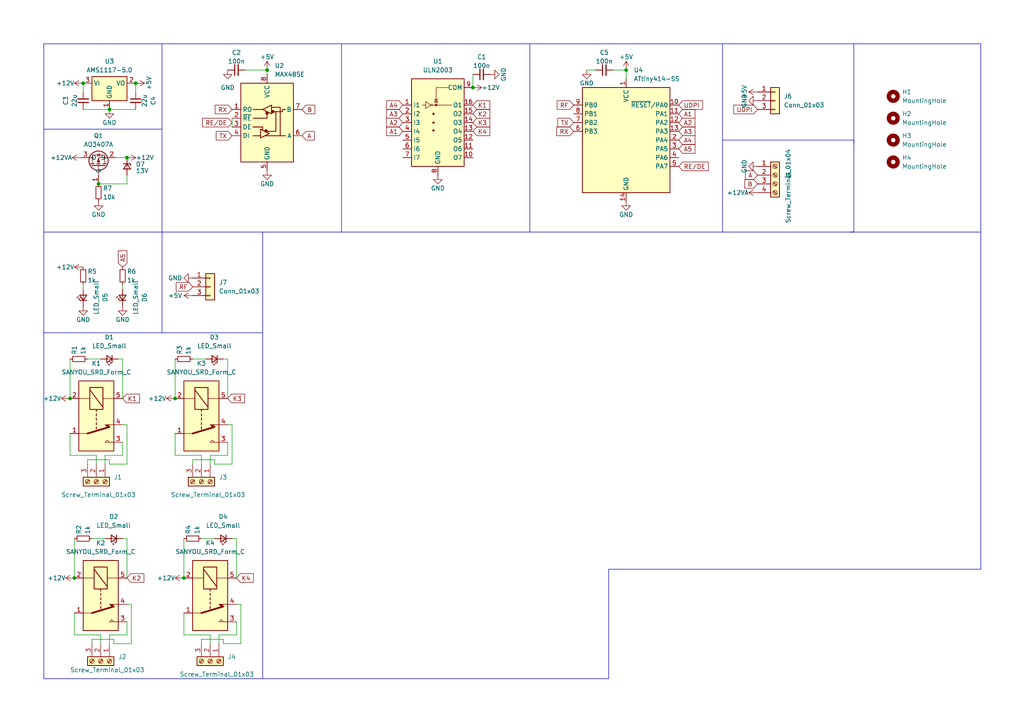
<source format=kicad_sch>
(kicad_sch (version 20230121) (generator eeschema)
  (paper "A4")
  (lib_symbols
    (symbol "AmojeSymbole:AO3407A"
      (property "Reference" "Q" (at 0 0 0))
      (property "Value" "AO3407A" (at 2.54 -1.905 0))
      (symbol "AO3407A_0_1"
        (circle (center -4.699 -4.445) (radius 2.794) (stroke (width 0.254)))
        (circle (center -3.81 -6.223) (radius 0.254) (fill (type outline)))
        (circle (center -3.81 -2.667) (radius 0.254) (fill (type outline)))
        (polyline (pts (xy -6.096 -4.445) (xy -8.89 -4.445)))
        (polyline (pts (xy -6.096 -2.54) (xy -6.096 -6.35)) (stroke (width 0.254)))
        (polyline (pts (xy -5.588 -5.715) (xy -5.588 -6.731)) (stroke (width 0.254)))
        (polyline (pts (xy -5.588 -3.937) (xy -5.588 -4.953)) (stroke (width 0.254)))
        (polyline (pts (xy -5.588 -2.159) (xy -5.588 -3.175)) (stroke (width 0.254)))
        (polyline (pts (xy -3.81 -1.905) (xy -3.81 -2.667)))
        (polyline (pts (xy -3.81 -6.985) (xy -3.81 -4.445) (xy -5.588 -4.445)))
        (polyline (pts (xy -5.588 -2.667) (xy -3.048 -2.667) (xy -3.048 -6.223) (xy -5.588 -6.223)))
        (polyline (pts (xy -4.064 -4.445) (xy -5.08 -4.064) (xy -5.08 -4.826) (xy -4.064 -4.445)) (fill (type outline)))
        (polyline (pts (xy -3.556 -4.953) (xy -3.429 -4.826) (xy -2.667 -4.826) (xy -2.54 -4.699)))
        (polyline (pts (xy -3.048 -4.826) (xy -3.429 -4.191) (xy -2.667 -4.191) (xy -3.048 -4.826)))
      )
      (symbol "AO3407A_1_1"
        (pin input line (at -11.43 -4.445 0) (length 2.54) (name "G") (number "1"))
        (pin passive line (at -3.81 -9.525 90) (length 2.54) (name "S") (number "2"))
        (pin passive line (at -3.81 0.635 270) (length 2.54) (name "D") (number "3"))
      )
    )
    (symbol "Connector:Screw_Terminal_01x03" (pin_names (offset 1.016) hide)
      (property "Reference" "J" (at 0 5.08 0))
      (property "Value" "Screw_Terminal_01x03" (at 0 -5.08 0))
      (symbol "Screw_Terminal_01x03_1_1"
        (rectangle (start -1.27 3.81) (end 1.27 -3.81) (stroke (width 0.254)) (fill (type background)))
        (circle (center 0 -2.54) (radius 0.635) (stroke (width 0.1524)))
        (polyline (pts (xy -0.5334 -2.2098) (xy 0.3302 -3.048)) (stroke (width 0.1524)))
        (polyline (pts (xy -0.5334 0.3302) (xy 0.3302 -0.508)) (stroke (width 0.1524)))
        (polyline (pts (xy -0.5334 2.8702) (xy 0.3302 2.032)) (stroke (width 0.1524)))
        (polyline (pts (xy -0.3556 -2.032) (xy 0.508 -2.8702)) (stroke (width 0.1524)))
        (polyline (pts (xy -0.3556 0.508) (xy 0.508 -0.3302)) (stroke (width 0.1524)))
        (polyline (pts (xy -0.3556 3.048) (xy 0.508 2.2098)) (stroke (width 0.1524)))
        (circle (center 0 0) (radius 0.635) (stroke (width 0.1524)))
        (circle (center 0 2.54) (radius 0.635) (stroke (width 0.1524)))
        (pin passive line (at -5.08 2.54 0) (length 3.81) (name "Pin_1") (number "1"))
        (pin passive line (at -5.08 0 0) (length 3.81) (name "Pin_2") (number "2"))
        (pin passive line (at -5.08 -2.54 0) (length 3.81) (name "Pin_3") (number "3"))
      )
    )
    (symbol "Connector:Screw_Terminal_01x04" (pin_names (offset 1.016) hide)
      (property "Reference" "J" (at 0 5.08 0))
      (property "Value" "Screw_Terminal_01x04" (at 0 -7.62 0))
      (symbol "Screw_Terminal_01x04_1_1"
        (rectangle (start -1.27 3.81) (end 1.27 -6.35) (stroke (width 0.254)) (fill (type background)))
        (circle (center 0 -5.08) (radius 0.635) (stroke (width 0.1524)))
        (circle (center 0 -2.54) (radius 0.635) (stroke (width 0.1524)))
        (polyline (pts (xy -0.5334 -4.7498) (xy 0.3302 -5.588)) (stroke (width 0.1524)))
        (polyline (pts (xy -0.5334 -2.2098) (xy 0.3302 -3.048)) (stroke (width 0.1524)))
        (polyline (pts (xy -0.5334 0.3302) (xy 0.3302 -0.508)) (stroke (width 0.1524)))
        (polyline (pts (xy -0.5334 2.8702) (xy 0.3302 2.032)) (stroke (width 0.1524)))
        (polyline (pts (xy -0.3556 -4.572) (xy 0.508 -5.4102)) (stroke (width 0.1524)))
        (polyline (pts (xy -0.3556 -2.032) (xy 0.508 -2.8702)) (stroke (width 0.1524)))
        (polyline (pts (xy -0.3556 0.508) (xy 0.508 -0.3302)) (stroke (width 0.1524)))
        (polyline (pts (xy -0.3556 3.048) (xy 0.508 2.2098)) (stroke (width 0.1524)))
        (circle (center 0 0) (radius 0.635) (stroke (width 0.1524)))
        (circle (center 0 2.54) (radius 0.635) (stroke (width 0.1524)))
        (pin passive line (at -5.08 2.54 0) (length 3.81) (name "Pin_1") (number "1"))
        (pin passive line (at -5.08 0 0) (length 3.81) (name "Pin_2") (number "2"))
        (pin passive line (at -5.08 -2.54 0) (length 3.81) (name "Pin_3") (number "3"))
        (pin passive line (at -5.08 -5.08 0) (length 3.81) (name "Pin_4") (number "4"))
      )
    )
    (symbol "Connector_Generic:Conn_01x03" (pin_names (offset 1.016) hide)
      (property "Reference" "J" (at 0 5.08 0))
      (property "Value" "Conn_01x03" (at 0 -5.08 0))
      (symbol "Conn_01x03_1_1"
        (rectangle (start -1.27 -2.413) (end 0 -2.667) (stroke (width 0.1524)))
        (rectangle (start -1.27 0.127) (end 0 -0.127) (stroke (width 0.1524)))
        (rectangle (start -1.27 2.667) (end 0 2.413) (stroke (width 0.1524)))
        (rectangle (start -1.27 3.81) (end 1.27 -3.81) (stroke (width 0.254)) (fill (type background)))
        (pin passive line (at -5.08 2.54 0) (length 3.81) (name "Pin_1") (number "1"))
        (pin passive line (at -5.08 0 0) (length 3.81) (name "Pin_2") (number "2"))
        (pin passive line (at -5.08 -2.54 0) (length 3.81) (name "Pin_3") (number "3"))
      )
    )
    (symbol "Device:C_Small" (pin_numbers hide) (pin_names (offset 0.254) hide)
      (property "Reference" "C" (at 0.254 1.778 0))
      (property "Value" "C_Small" (at 0.254 -2.032 0))
      (symbol "C_Small_0_1"
        (polyline (pts (xy -1.524 -0.508) (xy 1.524 -0.508)) (stroke (width 0.3302)))
        (polyline (pts (xy -1.524 0.508) (xy 1.524 0.508)) (stroke (width 0.3048)))
      )
      (symbol "C_Small_1_1"
        (pin passive line (at 0 2.54 270) (length 2.032) (name "~") (number "1"))
        (pin passive line (at 0 -2.54 90) (length 2.032) (name "~") (number "2"))
      )
    )
    (symbol "Device:D_Zener_Small" (pin_numbers hide) (pin_names (offset 0.254) hide)
      (property "Reference" "D" (at 0 2.286 0))
      (property "Value" "D_Zener_Small" (at 0 -2.286 0))
      (symbol "D_Zener_Small_0_1"
        (polyline (pts (xy 0.762 0) (xy -0.762 0)))
        (polyline (pts (xy -0.254 1.016) (xy -0.762 1.016) (xy -0.762 -1.016)) (stroke (width 0.254)))
        (polyline (pts (xy 0.762 1.016) (xy -0.762 0) (xy 0.762 -1.016) (xy 0.762 1.016)) (stroke (width 0.254)))
      )
      (symbol "D_Zener_Small_1_1"
        (pin passive line (at -2.54 0 0) (length 1.778) (name "K") (number "1"))
        (pin passive line (at 2.54 0 180) (length 1.778) (name "A") (number "2"))
      )
    )
    (symbol "Device:LED_Small" (pin_numbers hide) (pin_names (offset 0.254) hide)
      (property "Reference" "D" (at -1.27 3.175 0))
      (property "Value" "LED_Small" (at -4.445 -2.54 0))
      (symbol "LED_Small_0_1"
        (polyline (pts (xy -0.762 -1.016) (xy -0.762 1.016)) (stroke (width 0.254)))
        (polyline (pts (xy 1.016 0) (xy -0.762 0)))
        (polyline (pts (xy 0.762 -1.016) (xy -0.762 0) (xy 0.762 1.016) (xy 0.762 -1.016)) (stroke (width 0.254)))
        (polyline (pts (xy 0 0.762) (xy -0.508 1.27) (xy -0.254 1.27) (xy -0.508 1.27) (xy -0.508 1.016)))
        (polyline (pts (xy 0.508 1.27) (xy 0 1.778) (xy 0.254 1.778) (xy 0 1.778) (xy 0 1.524)))
      )
      (symbol "LED_Small_1_1"
        (pin passive line (at -2.54 0 0) (length 1.778) (name "K") (number "1"))
        (pin passive line (at 2.54 0 180) (length 1.778) (name "A") (number "2"))
      )
    )
    (symbol "Device:R_Small" (pin_numbers hide) (pin_names (offset 0.254) hide)
      (property "Reference" "R" (at 0.762 0.508 0))
      (property "Value" "R_Small" (at 0.762 -1.016 0))
      (symbol "R_Small_0_1"
        (rectangle (start -0.762 1.778) (end 0.762 -1.778) (stroke (width 0.2032)))
      )
      (symbol "R_Small_1_1"
        (pin passive line (at 0 2.54 270) (length 0.762) (name "~") (number "1"))
        (pin passive line (at 0 -2.54 90) (length 0.762) (name "~") (number "2"))
      )
    )
    (symbol "Interface_UART:MAX485E"
      (property "Reference" "U" (at -6.096 11.43 0))
      (property "Value" "MAX485E" (at 0.762 11.43 0))
      (symbol "MAX485E_0_1"
        (rectangle (start -7.62 10.16) (end 7.62 -12.7) (stroke (width 0.254)) (fill (type background)))
        (circle (center -0.3048 -3.683) (radius 0.3556) (stroke (width 0.254)) (fill (type outline)))
        (circle (center -0.0254 1.4986) (radius 0.3556) (stroke (width 0.254)) (fill (type outline)))
        (polyline (pts (xy -4.064 -5.08) (xy -1.905 -5.08)) (stroke (width 0.254)))
        (polyline (pts (xy -4.064 2.54) (xy -1.27 2.54)) (stroke (width 0.254)))
        (polyline (pts (xy -1.27 -3.2004) (xy -1.27 -3.4544)) (stroke (width 0.254)))
        (polyline (pts (xy -0.635 -5.08) (xy 5.334 -5.08)) (stroke (width 0.254)))
        (polyline (pts (xy -4.064 -2.54) (xy -1.27 -2.54) (xy -1.27 -3.175)) (stroke (width 0.254)))
        (polyline (pts (xy 0 1.27) (xy 0 0) (xy -4.064 0)) (stroke (width 0.254)))
        (polyline (pts (xy 1.27 3.175) (xy 3.81 3.175) (xy 3.81 -5.08)) (stroke (width 0.254)))
        (polyline (pts (xy 2.54 1.905) (xy 2.54 -3.81) (xy 0 -3.81)) (stroke (width 0.254)))
        (polyline (pts (xy -1.905 -3.175) (xy -1.905 -5.715) (xy 0.635 -4.445) (xy -1.905 -3.175)) (stroke (width 0.254)))
        (polyline (pts (xy -1.27 2.54) (xy 1.27 3.81) (xy 1.27 1.27) (xy -1.27 2.54)) (stroke (width 0.254)))
        (polyline (pts (xy 1.905 1.905) (xy 4.445 1.905) (xy 4.445 2.54) (xy 5.334 2.54)) (stroke (width 0.254)))
        (rectangle (start 1.27 3.175) (end 1.27 3.175))
        (circle (center 1.651 1.905) (radius 0.3556) (stroke (width 0.254)) (fill (type outline)))
      )
      (symbol "MAX485E_1_1"
        (pin output line (at -10.16 2.54 0) (length 2.54) (name "RO") (number "1"))
        (pin input line (at -10.16 0 0) (length 2.54) (name "~{RE}") (number "2"))
        (pin input line (at -10.16 -2.54 0) (length 2.54) (name "DE") (number "3"))
        (pin input line (at -10.16 -5.08 0) (length 2.54) (name "DI") (number "4"))
        (pin power_in line (at 0 -15.24 90) (length 2.54) (name "GND") (number "5"))
        (pin bidirectional line (at 10.16 -5.08 180) (length 2.54) (name "A") (number "6"))
        (pin bidirectional line (at 10.16 2.54 180) (length 2.54) (name "B") (number "7"))
        (pin power_in line (at 0 12.7 270) (length 2.54) (name "VCC") (number "8"))
      )
    )
    (symbol "MCU_Microchip_ATtiny:ATtiny414-SS"
      (property "Reference" "U" (at -12.7 16.51 0))
      (property "Value" "ATtiny414-SS" (at 2.54 -16.51 0))
      (symbol "ATtiny414-SS_0_1"
        (rectangle (start -12.7 -15.24) (end 12.7 15.24) (stroke (width 0.254)) (fill (type background)))
      )
      (symbol "ATtiny414-SS_1_1"
        (pin power_in line (at 0 17.78 270) (length 2.54) (name "VCC") (number "1"))
        (pin bidirectional line (at 15.24 10.16 180) (length 2.54) (name "~{RESET}/PA0") (number "10"))
        (pin bidirectional line (at 15.24 7.62 180) (length 2.54) (name "PA1") (number "11"))
        (pin bidirectional line (at 15.24 5.08 180) (length 2.54) (name "PA2") (number "12"))
        (pin bidirectional line (at 15.24 2.54 180) (length 2.54) (name "PA3") (number "13"))
        (pin power_in line (at 0 -17.78 90) (length 2.54) (name "GND") (number "14"))
        (pin bidirectional line (at 15.24 0 180) (length 2.54) (name "PA4") (number "2"))
        (pin bidirectional line (at 15.24 -2.54 180) (length 2.54) (name "PA5") (number "3"))
        (pin bidirectional line (at 15.24 -5.08 180) (length 2.54) (name "PA6") (number "4"))
        (pin bidirectional line (at 15.24 -7.62 180) (length 2.54) (name "PA7") (number "5"))
        (pin bidirectional line (at -15.24 2.54 0) (length 2.54) (name "PB3") (number "6"))
        (pin bidirectional line (at -15.24 5.08 0) (length 2.54) (name "PB2") (number "7"))
        (pin bidirectional line (at -15.24 7.62 0) (length 2.54) (name "PB1") (number "8"))
        (pin bidirectional line (at -15.24 10.16 0) (length 2.54) (name "PB0") (number "9"))
      )
    )
    (symbol "Mechanical:MountingHole" (pin_names (offset 1.016))
      (property "Reference" "H" (at 0 5.08 0))
      (property "Value" "MountingHole" (at 0 3.175 0))
      (symbol "MountingHole_0_1"
        (circle (center 0 0) (radius 1.27) (stroke (width 1.27)))
      )
    )
    (symbol "Regulator_Linear:AMS1117-5.0"
      (property "Reference" "U" (at -3.81 3.175 0))
      (property "Value" "AMS1117-5.0" (at 0 3.175 0))
      (symbol "AMS1117-5.0_0_1"
        (rectangle (start -5.08 -5.08) (end 5.08 1.905) (stroke (width 0.254)) (fill (type background)))
      )
      (symbol "AMS1117-5.0_1_1"
        (pin power_in line (at 0 -7.62 90) (length 2.54) (name "GND") (number "1"))
        (pin power_out line (at 7.62 0 180) (length 2.54) (name "VO") (number "2"))
        (pin power_in line (at -7.62 0 0) (length 2.54) (name "VI") (number "3"))
      )
    )
    (symbol "Relay:SANYOU_SRD_Form_C"
      (property "Reference" "K" (at 11.43 3.81 0))
      (property "Value" "SANYOU_SRD_Form_C" (at 11.43 1.27 0))
      (symbol "SANYOU_SRD_Form_C_0_0"
        (polyline (pts (xy 7.62 5.08) (xy 7.62 2.54) (xy 6.985 3.175) (xy 7.62 3.81)))
      )
      (symbol "SANYOU_SRD_Form_C_0_1"
        (rectangle (start -10.16 5.08) (end 10.16 -5.08) (stroke (width 0.254)) (fill (type background)))
        (rectangle (start -8.255 1.905) (end -1.905 -1.905) (stroke (width 0.254)))
        (polyline (pts (xy -7.62 -1.905) (xy -2.54 1.905)) (stroke (width 0.254)))
        (polyline (pts (xy -5.08 -5.08) (xy -5.08 -1.905)))
        (polyline (pts (xy -5.08 5.08) (xy -5.08 1.905)))
        (polyline (pts (xy -1.905 0) (xy -1.27 0)) (stroke (width 0.254)))
        (polyline (pts (xy -0.635 0) (xy 0 0)) (stroke (width 0.254)))
        (polyline (pts (xy 0.635 0) (xy 1.27 0)) (stroke (width 0.254)))
        (polyline (pts (xy 1.905 0) (xy 2.54 0)) (stroke (width 0.254)))
        (polyline (pts (xy 3.175 0) (xy 3.81 0)) (stroke (width 0.254)))
        (polyline (pts (xy 5.08 -2.54) (xy 3.175 3.81)) (stroke (width 0.508)))
        (polyline (pts (xy 5.08 -2.54) (xy 5.08 -5.08)))
      )
      (symbol "SANYOU_SRD_Form_C_1_1"
        (polyline (pts (xy 2.54 3.81) (xy 3.175 3.175) (xy 2.54 2.54) (xy 2.54 5.08)) (fill (type outline)))
        (pin passive line (at 5.08 -7.62 90) (length 2.54) (name "~") (number "1"))
        (pin passive line (at -5.08 -7.62 90) (length 2.54) (name "~") (number "2"))
        (pin passive line (at 7.62 7.62 270) (length 2.54) (name "~") (number "3"))
        (pin passive line (at 2.54 7.62 270) (length 2.54) (name "~") (number "4"))
        (pin passive line (at -5.08 7.62 270) (length 2.54) (name "~") (number "5"))
      )
    )
    (symbol "Transistor_Array:ULN2003"
      (property "Reference" "U" (at 0 15.875 0))
      (property "Value" "ULN2003" (at 0 13.97 0))
      (symbol "ULN2003_0_1"
        (rectangle (start -7.62 -12.7) (end 7.62 12.7) (stroke (width 0.254)) (fill (type background)))
        (circle (center -1.778 5.08) (radius 0.254))
        (circle (center -1.27 -2.286) (radius 0.254) (fill (type outline)))
        (circle (center -1.27 0) (radius 0.254) (fill (type outline)))
        (circle (center -1.27 2.54) (radius 0.254) (fill (type outline)))
        (circle (center -0.508 5.08) (radius 0.254) (fill (type outline)))
        (polyline (pts (xy -4.572 5.08) (xy -3.556 5.08)))
        (polyline (pts (xy -1.524 5.08) (xy 4.064 5.08)))
        (polyline (pts (xy 0 6.731) (xy -1.016 6.731)))
        (polyline (pts (xy -0.508 5.08) (xy -0.508 10.16) (xy 2.921 10.16)))
        (polyline (pts (xy -3.556 6.096) (xy -3.556 4.064) (xy -2.032 5.08) (xy -3.556 6.096)))
        (polyline (pts (xy 0 5.969) (xy -1.016 5.969) (xy -0.508 6.731) (xy 0 5.969)))
      )
      (symbol "ULN2003_1_1"
        (pin input line (at -10.16 5.08 0) (length 2.54) (name "I1") (number "1"))
        (pin open_collector line (at 10.16 -10.16 180) (length 2.54) (name "O7") (number "10"))
        (pin open_collector line (at 10.16 -7.62 180) (length 2.54) (name "O6") (number "11"))
        (pin open_collector line (at 10.16 -5.08 180) (length 2.54) (name "O5") (number "12"))
        (pin open_collector line (at 10.16 -2.54 180) (length 2.54) (name "O4") (number "13"))
        (pin open_collector line (at 10.16 0 180) (length 2.54) (name "O3") (number "14"))
        (pin open_collector line (at 10.16 2.54 180) (length 2.54) (name "O2") (number "15"))
        (pin open_collector line (at 10.16 5.08 180) (length 2.54) (name "O1") (number "16"))
        (pin input line (at -10.16 2.54 0) (length 2.54) (name "I2") (number "2"))
        (pin input line (at -10.16 0 0) (length 2.54) (name "I3") (number "3"))
        (pin input line (at -10.16 -2.54 0) (length 2.54) (name "I4") (number "4"))
        (pin input line (at -10.16 -5.08 0) (length 2.54) (name "I5") (number "5"))
        (pin input line (at -10.16 -7.62 0) (length 2.54) (name "I6") (number "6"))
        (pin input line (at -10.16 -10.16 0) (length 2.54) (name "I7") (number "7"))
        (pin power_in line (at 0 -15.24 90) (length 2.54) (name "GND") (number "8"))
        (pin passive line (at 10.16 10.16 180) (length 2.54) (name "COM") (number "9"))
      )
    )
    (symbol "power:+12V" (power) (pin_names (offset 0))
      (property "Value" "+12V" (at 0 3.556 0))
      (symbol "+12V_0_1"
        (polyline (pts (xy -0.762 1.27) (xy 0 2.54)))
        (polyline (pts (xy 0 0) (xy 0 2.54)))
        (polyline (pts (xy 0 2.54) (xy 0.762 1.27)))
      )
      (symbol "+12V_1_1"
        (pin power_in line (at 0 0 90) (length 0) hide (name "+12V") (number "1"))
      )
    )
    (symbol "power:+12VA" (power) (pin_names (offset 0))
      (property "Value" "+12VA" (at 0 3.556 0))
      (symbol "+12VA_0_1"
        (polyline (pts (xy -0.762 1.27) (xy 0 2.54)))
        (polyline (pts (xy 0 0) (xy 0 2.54)))
        (polyline (pts (xy 0 2.54) (xy 0.762 1.27)))
      )
      (symbol "+12VA_1_1"
        (pin power_in line (at 0 0 90) (length 0) hide (name "+12VA") (number "1"))
      )
    )
    (symbol "power:+5V" (power) (pin_names (offset 0))
      (property "Value" "+5V" (at 0 3.556 0))
      (symbol "+5V_0_1"
        (polyline (pts (xy -0.762 1.27) (xy 0 2.54)))
        (polyline (pts (xy 0 0) (xy 0 2.54)))
        (polyline (pts (xy 0 2.54) (xy 0.762 1.27)))
      )
      (symbol "+5V_1_1"
        (pin power_in line (at 0 0 90) (length 0) hide (name "+5V") (number "1"))
      )
    )
    (symbol "power:GND" (power) (pin_names (offset 0))
      (property "Value" "GND" (at 0 -3.81 0))
      (symbol "GND_0_1"
        (polyline (pts (xy 0 0) (xy 0 -1.27) (xy 1.27 -1.27) (xy 0 -2.54) (xy -1.27 -1.27) (xy 0 -1.27)))
      )
      (symbol "GND_1_1"
        (pin power_in line (at 0 0 270) (length 0) hide (name "GND") (number "1"))
      )
    )
  )
  (junction (at 50.8 115.57))
  (junction (at 31.75 31.75))
  (junction (at 36.83 45.72))
  (junction (at 77.47 20.32))
  (junction (at 181.61 20.32))
  (junction (at 20.32 115.57))
  (junction (at 24.13 24.13))
  (junction (at 53.34 167.64))
  (junction (at 21.59 167.64))
  (junction (at 28.575 53.34))
  (junction (at 39.37 24.13))
  (junction (at 137.16 25.4))
  (wire (pts (xy 21.59 184.15) (xy 29.21 184.15)))
  (wire (pts (xy 20.32 132.08) (xy 27.94 132.08)))
  (wire (pts (xy 26.67 185.42) (xy 26.67 186.69)))
  (wire (pts (xy 35.56 82.55) (xy 35.56 83.82)))
  (wire (pts (xy 36.83 123.19) (xy 36.83 134.62)))
  (wire (pts (xy 50.8 132.08) (xy 58.42 132.08)))
  (wire (pts (xy 20.32 104.14) (xy 20.32 115.57)))
  (wire (pts (xy 33.02 185.42) (xy 26.67 185.42)))
  (wire (pts (xy 55.88 104.14) (xy 59.69 104.14)))
  (wire (pts (xy 58.42 156.21) (xy 62.23 156.21)))
  (wire (pts (xy 35.56 104.14) (xy 34.29 104.14)))
  (wire (pts (xy 26.67 156.21) (xy 30.48 156.21)))
  (wire (pts (xy 25.4 133.35) (xy 25.4 134.62)))
  (wire (pts (xy 35.56 123.19) (xy 36.83 123.19)))
  (wire (pts (xy 60.96 134.62) (xy 60.96 132.08)))
  (wire (pts (xy 38.1 186.69) (xy 33.02 186.69)))
  (polyline (pts (xy 46.99 67.31) (xy 46.99 96.52)))
  (wire (pts (xy 39.37 24.13) (xy 39.37 26.67)))
  (wire (pts (xy 67.31 34.29) (xy 67.31 36.83)))
  (wire (pts (xy 24.13 24.13) (xy 24.13 26.67)))
  (polyline (pts (xy 247.65 67.31) (xy 246.38 67.31)))
  (polyline (pts (xy 284.48 12.7) (xy 284.48 165.1)))
  (wire (pts (xy 36.83 175.26) (xy 38.1 175.26)))
  (wire (pts (xy 24.13 82.55) (xy 24.13 83.82)))
  (wire (pts (xy 36.83 50.8) (xy 36.83 53.34)))
  (wire (pts (xy 25.4 104.14) (xy 29.21 104.14)))
  (wire (pts (xy 36.83 134.62) (xy 31.75 134.62)))
  (polyline (pts (xy 176.53 196.85) (xy 176.53 165.1)))
  (wire (pts (xy 20.32 125.73) (xy 20.32 132.08)))
  (wire (pts (xy 58.42 134.62) (xy 58.42 132.08)))
  (wire (pts (xy 36.83 167.64) (xy 36.83 156.21)))
  (polyline (pts (xy 76.2 67.31) (xy 76.2 96.52)))
  (wire (pts (xy 35.56 128.27) (xy 35.56 132.08)))
  (polyline (pts (xy 247.65 12.7) (xy 247.65 67.31)))
  (wire (pts (xy 50.8 104.14) (xy 50.8 115.57)))
  (wire (pts (xy 27.94 134.62) (xy 27.94 132.08)))
  (polyline (pts (xy 153.67 12.7) (xy 153.67 67.31)))
  (wire (pts (xy 77.47 20.32) (xy 77.47 21.59)))
  (wire (pts (xy 31.75 134.62) (xy 31.75 133.35)))
  (wire (pts (xy 30.48 134.62) (xy 30.48 132.08)))
  (wire (pts (xy 137.16 21.59) (xy 137.16 25.4)))
  (wire (pts (xy 33.655 45.72) (xy 36.83 45.72)))
  (wire (pts (xy 55.88 133.35) (xy 55.88 134.62)))
  (polyline (pts (xy 99.06 12.7) (xy 99.06 67.31)))
  (wire (pts (xy 63.5 186.69) (xy 63.5 184.15)))
  (wire (pts (xy 60.96 132.08) (xy 66.04 132.08)))
  (wire (pts (xy 66.04 115.57) (xy 66.04 104.14)))
  (wire (pts (xy 21.59 156.21) (xy 21.59 167.64)))
  (wire (pts (xy 53.34 184.15) (xy 60.96 184.15)))
  (wire (pts (xy 36.83 156.21) (xy 35.56 156.21)))
  (wire (pts (xy 68.58 167.64) (xy 68.58 156.21)))
  (wire (pts (xy 68.58 156.21) (xy 67.31 156.21)))
  (wire (pts (xy 69.85 175.26) (xy 69.85 186.69)))
  (wire (pts (xy 172.72 20.32) (xy 170.18 20.32)))
  (wire (pts (xy 38.1 175.26) (xy 38.1 186.69)))
  (polyline (pts (xy 12.7 37.465) (xy 46.99 37.465)))
  (polyline (pts (xy 12.7 67.31) (xy 284.48 67.31)))
  (wire (pts (xy 67.31 123.19) (xy 67.31 134.62)))
  (polyline (pts (xy 209.55 12.7) (xy 209.55 67.31)))
  (wire (pts (xy 53.34 156.21) (xy 53.34 167.64)))
  (wire (pts (xy 64.77 186.69) (xy 64.77 185.42)))
  (wire (pts (xy 21.59 177.8) (xy 21.59 184.15)))
  (wire (pts (xy 71.12 20.32) (xy 77.47 20.32)))
  (wire (pts (xy 63.5 184.15) (xy 68.58 184.15)))
  (wire (pts (xy 35.56 115.57) (xy 35.56 104.14)))
  (wire (pts (xy 31.75 186.69) (xy 31.75 184.15)))
  (wire (pts (xy 67.31 134.62) (xy 62.23 134.62)))
  (wire (pts (xy 33.02 186.69) (xy 33.02 185.42)))
  (wire (pts (xy 64.77 185.42) (xy 58.42 185.42)))
  (wire (pts (xy 29.21 186.69) (xy 29.21 184.15)))
  (wire (pts (xy 28.575 53.34) (xy 36.83 53.34)))
  (wire (pts (xy 31.75 31.75) (xy 39.37 31.75)))
  (polyline (pts (xy 284.48 12.7) (xy 12.7 12.7)))
  (polyline (pts (xy 76.2 96.52) (xy 76.2 196.85)))
  (wire (pts (xy 66.04 104.14) (xy 64.77 104.14)))
  (wire (pts (xy 50.8 125.73) (xy 50.8 132.08)))
  (polyline (pts (xy 12.7 12.7) (xy 12.7 196.85)))
  (wire (pts (xy 31.75 133.35) (xy 25.4 133.35)))
  (wire (pts (xy 68.58 175.26) (xy 69.85 175.26)))
  (wire (pts (xy 31.75 184.15) (xy 36.83 184.15)))
  (polyline (pts (xy 12.7 96.52) (xy 76.2 96.52)))
  (wire (pts (xy 62.23 133.35) (xy 55.88 133.35)))
  (wire (pts (xy 66.04 123.19) (xy 67.31 123.19)))
  (wire (pts (xy 62.23 134.62) (xy 62.23 133.35)))
  (wire (pts (xy 58.42 185.42) (xy 58.42 186.69)))
  (wire (pts (xy 181.61 20.32) (xy 181.61 22.86)))
  (wire (pts (xy 177.8 20.32) (xy 181.61 20.32)))
  (wire (pts (xy 66.04 128.27) (xy 66.04 132.08)))
  (wire (pts (xy 60.96 186.69) (xy 60.96 184.15)))
  (wire (pts (xy 36.83 180.34) (xy 36.83 184.15)))
  (polyline (pts (xy 46.99 12.7) (xy 46.99 67.31)))
  (polyline (pts (xy 209.55 40.64) (xy 247.65 40.64)))
  (wire (pts (xy 68.58 180.34) (xy 68.58 184.15)))
  (wire (pts (xy 53.34 177.8) (xy 53.34 184.15)))
  (wire (pts (xy 69.85 186.69) (xy 64.77 186.69)))
  (wire (pts (xy 30.48 132.08) (xy 35.56 132.08)))
  (polyline (pts (xy 12.7 196.85) (xy 176.53 196.85)))
  (polyline (pts (xy 176.53 165.1) (xy 284.48 165.1)))
  (wire (pts (xy 24.13 31.75) (xy 31.75 31.75)))
  (polyline (pts (xy 247.65 40.64) (xy 247.65 41.91)))
  (global_label "A1" (shape input) (at 116.84 38.1 180) (property "Intersheetrefs" "${INTERSHEET_REFS}" (effects hide)))
  (global_label "TX" (shape input) (at 166.37 35.56 180) (property "Intersheetrefs" "${INTERSHEET_REFS}" (effects hide)))
  (global_label "A5" (shape input) (at 35.56 77.47 90) (property "Intersheetrefs" "${INTERSHEET_REFS}" (effects hide)))
  (global_label "UDPI" (shape input) (at 219.71 31.75 180) (property "Intersheetrefs" "${INTERSHEET_REFS}" (effects hide)))
  (global_label "B" (shape input) (at 87.63 31.75 0) (property "Intersheetrefs" "${INTERSHEET_REFS}" (effects hide)))
  (global_label "A" (shape input) (at 87.63 39.37 0) (property "Intersheetrefs" "${INTERSHEET_REFS}" (effects hide)))
  (global_label "A4" (shape input) (at 196.85 40.64 0) (property "Intersheetrefs" "${INTERSHEET_REFS}" (effects hide)))
  (global_label "A4" (shape input) (at 116.84 30.48 180) (property "Intersheetrefs" "${INTERSHEET_REFS}" (effects hide)))
  (global_label "A2" (shape input) (at 196.85 35.56 0) (property "Intersheetrefs" "${INTERSHEET_REFS}" (effects hide)))
  (global_label "K1" (shape input) (at 137.16 30.48 0) (property "Intersheetrefs" "${INTERSHEET_REFS}" (effects hide)))
  (global_label "A5" (shape input) (at 196.85 43.18 0) (property "Intersheetrefs" "${INTERSHEET_REFS}" (effects hide)))
  (global_label "A3" (shape input) (at 116.84 33.02 180) (property "Intersheetrefs" "${INTERSHEET_REFS}" (effects hide)))
  (global_label "A3" (shape input) (at 196.85 38.1 0) (property "Intersheetrefs" "${INTERSHEET_REFS}" (effects hide)))
  (global_label "RF" (shape input) (at 55.88 83.185 180) (property "Intersheetrefs" "${INTERSHEET_REFS}" (effects hide)))
  (global_label "K2" (shape input) (at 137.16 33.02 0) (property "Intersheetrefs" "${INTERSHEET_REFS}" (effects hide)))
  (global_label "A" (shape input) (at 219.71 50.8 180) (property "Intersheetrefs" "${INTERSHEET_REFS}" (effects hide)))
  (global_label "RF" (shape input) (at 166.37 30.48 180) (property "Intersheetrefs" "${INTERSHEET_REFS}" (effects hide)))
  (global_label "K4" (shape input) (at 137.16 38.1 0) (property "Intersheetrefs" "${INTERSHEET_REFS}" (effects hide)))
  (global_label "A2" (shape input) (at 116.84 35.56 180) (property "Intersheetrefs" "${INTERSHEET_REFS}" (effects hide)))
  (global_label "RE{slash}DE" (shape input) (at 196.85 48.26 0) (property "Intersheetrefs" "${INTERSHEET_REFS}" (effects hide)))
  (global_label "A1" (shape input) (at 196.85 33.02 0) (property "Intersheetrefs" "${INTERSHEET_REFS}" (effects hide)))
  (global_label "TX" (shape input) (at 67.31 39.37 180) (property "Intersheetrefs" "${INTERSHEET_REFS}" (effects hide)))
  (global_label "K1" (shape input) (at 35.56 115.57 0) (property "Intersheetrefs" "${INTERSHEET_REFS}" (effects hide)))
  (global_label "RE{slash}DE" (shape input) (at 67.31 35.56 180) (property "Intersheetrefs" "${INTERSHEET_REFS}" (effects hide)))
  (global_label "RX" (shape input) (at 166.37 38.1 180) (property "Intersheetrefs" "${INTERSHEET_REFS}" (effects hide)))
  (global_label "K4" (shape input) (at 68.58 167.64 0) (property "Intersheetrefs" "${INTERSHEET_REFS}" (effects hide)))
  (global_label "K2" (shape input) (at 36.83 167.64 0) (property "Intersheetrefs" "${INTERSHEET_REFS}" (effects hide)))
  (global_label "K3" (shape input) (at 66.04 115.57 0) (property "Intersheetrefs" "${INTERSHEET_REFS}" (effects hide)))
  (global_label "RX" (shape input) (at 67.31 31.75 180) (property "Intersheetrefs" "${INTERSHEET_REFS}" (effects hide)))
  (global_label "K3" (shape input) (at 137.16 35.56 0) (property "Intersheetrefs" "${INTERSHEET_REFS}" (effects hide)))
  (global_label "UDPI" (shape input) (at 196.85 30.48 0) (property "Intersheetrefs" "${INTERSHEET_REFS}" (effects hide)))
  (global_label "B" (shape input) (at 219.71 53.34 180) (property "Intersheetrefs" "${INTERSHEET_REFS}" (effects hide)))
  (symbol (lib_id "power:+5V") (at 77.47 20.32 0) (unit 1)
    (property "Reference" "#PWR09" (effects hide))
    (property "Value" "+5V" (at 77.47 16.51 0))
  )
  (symbol (lib_id "Device:R_Small") (at 53.34 104.14 90) (unit 1)
    (property "Reference" "R3" (at 52.07 102.87 0) (effects (justify left)))
    (property "Value" "1k" (at 54.61 102.87 0) (effects (justify left)))
    (property "Footprint" "Resistor_SMD:R_0805_2012Metric_Pad1.20x1.40mm_HandSolder" (effects hide))
  )
  (symbol (lib_id "power:GND") (at 28.575 58.42 0) (unit 1)
    (property "Reference" "#PWR023" (effects hide))
    (property "Value" "GND" (at 28.575 62.23 0))
  )
  (symbol (lib_id "power:GND") (at 66.04 20.32 0) (unit 1)
    (property "Reference" "#PWR08" (effects hide))
    (property "Value" "GND" (at 66.04 25.4 0))
  )
  (symbol (lib_id "Regulator_Linear:AMS1117-5.0") (at 31.75 24.13 0) (unit 1)
    (property "Reference" "U3" (at 31.75 17.78 0))
    (property "Value" "AMS1117-5.0" (at 31.75 20.32 0))
    (property "Footprint" "Package_TO_SOT_SMD:SOT-223-3_TabPin2" (effects hide))
    (property "Datasheet" "http://www.advanced-monolithic.com/pdf/ds1117.pdf" (effects hide))
  )
  (symbol (lib_id "Device:LED_Small") (at 62.23 104.14 180) (unit 1)
    (property "Reference" "D3" (at 62.1665 97.79 0))
    (property "Value" "LED_Small" (at 62.1665 100.33 0))
    (property "Footprint" "LED_SMD:LED_0805_2012Metric_Pad1.15x1.40mm_HandSolder" (effects hide))
  )
  (symbol (lib_id "power:+12VA") (at 219.71 55.88 90) (unit 1)
    (property "Reference" "#PWR018" (effects hide))
    (property "Value" "+12VA" (at 217.17 55.88 90) (effects (justify left)))
  )
  (symbol (lib_id "power:+12V") (at 53.34 167.64 90) (unit 1)
    (property "Reference" "#PWR04" (effects hide))
    (property "Value" "+12V" (at 50.8 167.64 90) (effects (justify left)))
  )
  (symbol (lib_id "Device:LED_Small") (at 35.56 86.36 90) (unit 1)
    (property "Reference" "D6" (at 41.91 86.2965 0))
    (property "Value" "LED_Small" (at 39.37 86.2965 0))
    (property "Footprint" "LED_SMD:LED_0805_2012Metric_Pad1.15x1.40mm_HandSolder" (effects hide))
  )
  (symbol (lib_id "Device:LED_Small") (at 24.13 86.36 90) (unit 1)
    (property "Reference" "D5" (at 30.48 86.2965 0))
    (property "Value" "LED_Small" (at 27.94 86.2965 0))
    (property "Footprint" "LED_SMD:LED_0805_2012Metric_Pad1.15x1.40mm_HandSolder" (effects hide))
  )
  (symbol (lib_id "power:GND") (at 24.13 88.9 0) (unit 1)
    (property "Reference" "#PWR015" (effects hide))
    (property "Value" "GND" (at 24.13 92.71 0))
  )
  (symbol (lib_id "Connector:Screw_Terminal_01x03") (at 27.94 139.7 270) (unit 1)
    (property "Reference" "J1" (at 33.02 138.43 90) (effects (justify left)))
    (property "Value" "Screw_Terminal_01x03" (at 17.78 143.51 90) (effects (justify left)))
    (property "Footprint" "TerminalBlock_Phoenix:TerminalBlock_Phoenix_MKDS-1,5-3_1x03_P5.00mm_Horizontal" (effects hide))
  )
  (symbol (lib_id "Relay:SANYOU_SRD_Form_C") (at 58.42 120.65 270) (unit 1)
    (property "Reference" "K3" (at 58.42 105.41 90))
    (property "Value" "SANYOU_SRD_Form_C" (at 58.42 107.95 90))
    (property "Footprint" "Relay_THT:Relay_SPDT_SANYOU_SRD_Series_Form_C" (effects hide))
    (property "Datasheet" "http://www.sanyourelay.ca/public/products/pdf/SRD.pdf" (effects hide))
  )
  (symbol (lib_id "power:+12V") (at 24.13 24.13 90) (unit 1)
    (property "Reference" "#PWR011" (effects hide))
    (property "Value" "+12V" (at 21.59 24.13 90) (effects (justify left)))
  )
  (symbol (lib_id "power:+12V") (at 36.83 45.72 270) (unit 1)
    (property "Reference" "#PWR026" (effects hide))
    (property "Value" "+12V" (at 39.37 45.72 90) (effects (justify left)))
  )
  (symbol (lib_id "Device:R_Small") (at 35.56 80.01 0) (unit 1)
    (property "Reference" "R6" (at 36.83 78.74 0) (effects (justify left)))
    (property "Value" "1k" (at 36.83 81.28 0) (effects (justify left)))
    (property "Footprint" "Resistor_SMD:R_0805_2012Metric_Pad1.20x1.40mm_HandSolder" (effects hide))
  )
  (symbol (lib_id "Device:LED_Small") (at 33.02 156.21 180) (unit 1)
    (property "Reference" "D2" (at 32.9565 149.86 0))
    (property "Value" "LED_Small" (at 32.9565 152.4 0))
    (property "Footprint" "LED_SMD:LED_0805_2012Metric_Pad1.15x1.40mm_HandSolder" (effects hide))
  )
  (symbol (lib_id "power:+12V") (at 137.16 25.4 270) (unit 1)
    (property "Reference" "#PWR06" (effects hide))
    (property "Value" "+12V" (at 139.7 25.4 90) (effects (justify left)))
  )
  (symbol (lib_id "Device:LED_Small") (at 31.75 104.14 180) (unit 1)
    (property "Reference" "D1" (at 31.6865 97.79 0))
    (property "Value" "LED_Small" (at 31.6865 100.33 0))
    (property "Footprint" "LED_SMD:LED_0805_2012Metric_Pad1.15x1.40mm_HandSolder" (effects hide))
  )
  (symbol (lib_id "Device:R_Small") (at 55.88 156.21 90) (unit 1)
    (property "Reference" "R4" (at 54.61 154.94 0) (effects (justify left)))
    (property "Value" "1k" (at 57.15 154.94 0) (effects (justify left)))
    (property "Footprint" "Resistor_SMD:R_0805_2012Metric_Pad1.20x1.40mm_HandSolder" (effects hide))
  )
  (symbol (lib_id "Device:R_Small") (at 22.86 104.14 90) (unit 1)
    (property "Reference" "R1" (at 21.59 102.87 0) (effects (justify left)))
    (property "Value" "1k" (at 24.13 102.87 0) (effects (justify left)))
    (property "Footprint" "Resistor_SMD:R_0805_2012Metric_Pad1.20x1.40mm_HandSolder" (effects hide))
  )
  (symbol (lib_id "Device:R_Small") (at 28.575 55.88 0) (unit 1)
    (property "Reference" "R7" (at 29.845 54.61 0) (effects (justify left)))
    (property "Value" "10k" (at 29.845 57.15 0) (effects (justify left)))
    (property "Footprint" "Resistor_SMD:R_0805_2012Metric_Pad1.20x1.40mm_HandSolder" (effects hide))
  )
  (symbol (lib_id "Device:R_Small") (at 24.13 156.21 90) (unit 1)
    (property "Reference" "R2" (at 22.86 154.94 0) (effects (justify left)))
    (property "Value" "1k" (at 25.4 154.94 0) (effects (justify left)))
    (property "Footprint" "Resistor_SMD:R_0805_2012Metric_Pad1.20x1.40mm_HandSolder" (effects hide))
  )
  (symbol (lib_id "Relay:SANYOU_SRD_Form_C") (at 27.94 120.65 270) (unit 1)
    (property "Reference" "K1" (at 27.94 105.41 90))
    (property "Value" "SANYOU_SRD_Form_C" (at 27.94 107.95 90))
    (property "Footprint" "Relay_THT:Relay_SPDT_SANYOU_SRD_Series_Form_C" (effects hide))
    (property "Datasheet" "http://www.sanyourelay.ca/public/products/pdf/SRD.pdf" (effects hide))
  )
  (symbol (lib_id "power:GND") (at 142.24 21.59 90) (unit 1)
    (property "Reference" "#PWR07" (effects hide))
    (property "Value" "GND" (at 146.05 21.59 0))
  )
  (symbol (lib_id "Connector:Screw_Terminal_01x03") (at 29.21 191.77 270) (unit 1)
    (property "Reference" "J2" (at 34.29 190.5 90) (effects (justify left)))
    (property "Value" "Screw_Terminal_01x03" (at 20.32 194.31 90) (effects (justify left)))
    (property "Footprint" "TerminalBlock_Phoenix:TerminalBlock_Phoenix_MKDS-1,5-3_1x03_P5.00mm_Horizontal" (effects hide))
  )
  (symbol (lib_id "Device:C_Small") (at 139.7 21.59 90) (unit 1)
    (property "Reference" "C1" (at 139.7 16.51 90))
    (property "Value" "100n" (at 139.7 19.05 90))
    (property "Footprint" "Capacitor_SMD:C_0805_2012Metric_Pad1.18x1.45mm_HandSolder" (effects hide))
  )
  (symbol (lib_id "Mechanical:MountingHole") (at 259.08 27.94 0) (unit 1)
    (property "Reference" "H1" (at 261.62 26.67 0) (effects (justify left)))
    (property "Value" "MountingHole" (at 261.62 29.21 0) (effects (justify left)))
    (property "Footprint" "MountingHole:MountingHole_3.2mm_M3" (effects hide))
  )
  (symbol (lib_id "Device:LED_Small") (at 64.77 156.21 180) (unit 1)
    (property "Reference" "D4" (at 64.7065 149.86 0))
    (property "Value" "LED_Small" (at 64.7065 152.4 0))
    (property "Footprint" "LED_SMD:LED_0805_2012Metric_Pad1.15x1.40mm_HandSolder" (effects hide))
  )
  (symbol (lib_id "power:+12VA") (at 23.495 45.72 90) (unit 1)
    (property "Reference" "#PWR022" (effects hide))
    (property "Value" "+12VA" (at 20.955 45.72 90) (effects (justify left)))
  )
  (symbol (lib_id "Device:C_Small") (at 68.58 20.32 90) (unit 1)
    (property "Reference" "C2" (at 68.58 15.24 90))
    (property "Value" "100n" (at 68.58 17.78 90))
    (property "Footprint" "Capacitor_SMD:C_0805_2012Metric_Pad1.18x1.45mm_HandSolder" (effects hide))
  )
  (symbol (lib_id "Mechanical:MountingHole") (at 259.08 40.64 0) (unit 1)
    (property "Reference" "H3" (at 261.62 39.37 0) (effects (justify left)))
    (property "Value" "MountingHole" (at 261.62 41.91 0) (effects (justify left)))
    (property "Footprint" "MountingHole:MountingHole_3.2mm_M3_Pad_TopBottom" (effects hide))
  )
  (symbol (lib_id "power:+12V") (at 24.13 77.47 90) (unit 1)
    (property "Reference" "#PWR014" (effects hide))
    (property "Value" "+12V" (at 21.59 77.47 90) (effects (justify left)))
  )
  (symbol (lib_id "Connector:Screw_Terminal_01x03") (at 60.96 191.77 270) (unit 1)
    (property "Reference" "J4" (at 66.04 190.5 90) (effects (justify left)))
    (property "Value" "Screw_Terminal_01x03" (at 52.07 195.58 90) (effects (justify left)))
    (property "Footprint" "TerminalBlock_Phoenix:TerminalBlock_Phoenix_MKDS-1,5-3_1x03_P5.00mm_Horizontal" (effects hide))
  )
  (symbol (lib_id "power:+12V") (at 50.8 115.57 90) (unit 1)
    (property "Reference" "#PWR03" (effects hide))
    (property "Value" "+12V" (at 48.26 115.57 90) (effects (justify left)))
  )
  (symbol (lib_id "power:+5V") (at 181.61 20.32 0) (unit 1)
    (property "Reference" "#PWR024" (effects hide))
    (property "Value" "+5V" (at 181.61 16.51 0))
  )
  (symbol (lib_id "Connector_Generic:Conn_01x03") (at 60.96 83.185 0) (unit 1)
    (property "Reference" "J7" (at 63.5 81.915 0) (effects (justify left)))
    (property "Value" "Conn_01x03" (at 63.5 84.455 0) (effects (justify left)))
    (property "Footprint" "Connector_PinHeader_2.54mm:PinHeader_1x03_P2.54mm_Vertical" (effects hide))
  )
  (symbol (lib_id "Relay:SANYOU_SRD_Form_C") (at 29.21 172.72 270) (unit 1)
    (property "Reference" "K2" (at 29.21 157.48 90))
    (property "Value" "SANYOU_SRD_Form_C" (at 29.21 160.02 90))
    (property "Footprint" "Relay_THT:Relay_SPDT_SANYOU_SRD_Series_Form_C" (effects hide))
    (property "Datasheet" "http://www.sanyourelay.ca/public/products/pdf/SRD.pdf" (effects hide))
  )
  (symbol (lib_id "power:GND") (at 219.71 48.26 270) (unit 1)
    (property "Reference" "#PWR017" (effects hide))
    (property "Value" "GND" (at 215.9 48.26 0))
  )
  (symbol (lib_id "power:GND") (at 181.61 58.42 0) (unit 1)
    (property "Reference" "#PWR025" (effects hide))
    (property "Value" "GND" (at 181.61 62.23 0))
  )
  (symbol (lib_id "Device:C_Small") (at 39.37 29.21 0) (unit 1)
    (property "Reference" "C4" (at 44.45 29.21 90))
    (property "Value" "22u" (at 41.91 29.21 90))
    (property "Footprint" "Capacitor_SMD:C_0805_2012Metric_Pad1.18x1.45mm_HandSolder" (effects hide))
  )
  (symbol (lib_id "power:GND") (at 219.71 29.21 270) (unit 1)
    (property "Reference" "#PWR021" (effects hide))
    (property "Value" "GND" (at 215.9 29.21 0))
  )
  (symbol (lib_id "Mechanical:MountingHole") (at 259.08 46.99 0) (unit 1)
    (property "Reference" "H4" (at 261.62 45.72 0) (effects (justify left)))
    (property "Value" "MountingHole" (at 261.62 48.26 0) (effects (justify left)))
    (property "Footprint" "MountingHole:MountingHole_3.2mm_M3_Pad_TopBottom" (effects hide))
  )
  (symbol (lib_id "power:GND") (at 55.88 80.645 270) (unit 1)
    (property "Reference" "#PWR028" (effects hide))
    (property "Value" "GND" (at 50.8 80.645 90))
  )
  (symbol (lib_id "power:GND") (at 77.47 49.53 0) (unit 1)
    (property "Reference" "#PWR010" (effects hide))
    (property "Value" "GND" (at 77.47 53.34 0))
  )
  (symbol (lib_id "MCU_Microchip_ATtiny:ATtiny414-SS") (at 181.61 40.64 0) (unit 1)
    (property "Reference" "U4" (at 183.8041 20.32 0) (effects (justify left)))
    (property "Value" "ATtiny414-SS" (at 183.8041 22.86 0) (effects (justify left)))
    (property "Footprint" "Package_SO:SOIC-14_3.9x8.7mm_P1.27mm" (effects hide))
    (property "Datasheet" "http://ww1.microchip.com/downloads/en/DeviceDoc/40001912A.pdf" (effects hide))
  )
  (symbol (lib_id "Device:C_Small") (at 175.26 20.32 90) (unit 1)
    (property "Reference" "C5" (at 175.26 15.24 90))
    (property "Value" "100n" (at 175.26 17.78 90))
    (property "Footprint" "Capacitor_SMD:C_0805_2012Metric_Pad1.18x1.45mm_HandSolder" (effects hide))
  )
  (symbol (lib_id "Connector:Screw_Terminal_01x03") (at 58.42 139.7 270) (unit 1)
    (property "Reference" "J3" (at 63.5 138.43 90) (effects (justify left)))
    (property "Value" "Screw_Terminal_01x03" (at 49.53 143.51 90) (effects (justify left)))
    (property "Footprint" "TerminalBlock_Phoenix:TerminalBlock_Phoenix_MKDS-1,5-3_1x03_P5.00mm_Horizontal" (effects hide))
  )
  (symbol (lib_id "power:GND") (at 127 50.8 0) (unit 1)
    (property "Reference" "#PWR05" (effects hide))
    (property "Value" "GND" (at 127 54.61 0))
  )
  (symbol (lib_id "Connector_Generic:Conn_01x03") (at 224.79 29.21 0) (unit 1)
    (property "Reference" "J6" (at 227.33 27.94 0) (effects (justify left)))
    (property "Value" "Conn_01x03" (at 227.33 30.48 0) (effects (justify left)))
    (property "Footprint" "Connector_PinHeader_2.54mm:PinHeader_1x03_P2.54mm_Vertical" (effects hide))
  )
  (symbol (lib_id "Interface_UART:MAX485E") (at 77.47 34.29 0) (unit 1)
    (property "Reference" "U2" (at 79.6641 19.05 0) (effects (justify left)))
    (property "Value" "MAX485E" (at 79.6641 21.59 0) (effects (justify left)))
    (property "Footprint" "Package_SO:SO-8_3.9x4.9mm_P1.27mm" (effects hide))
    (property "Datasheet" "https://datasheets.maximintegrated.com/en/ds/MAX1487E-MAX491E.pdf" (effects hide))
  )
  (symbol (lib_id "Relay:SANYOU_SRD_Form_C") (at 60.96 172.72 270) (unit 1)
    (property "Reference" "K4" (at 60.96 157.48 90))
    (property "Value" "SANYOU_SRD_Form_C" (at 60.96 160.02 90))
    (property "Footprint" "Relay_THT:Relay_SPDT_SANYOU_SRD_Series_Form_C" (effects hide))
    (property "Datasheet" "http://www.sanyourelay.ca/public/products/pdf/SRD.pdf" (effects hide))
  )
  (symbol (lib_id "power:+12V") (at 20.32 115.57 90) (unit 1)
    (property "Reference" "#PWR01" (effects hide))
    (property "Value" "+12V" (at 17.78 115.57 90) (effects (justify left)))
  )
  (symbol (lib_id "Device:C_Small") (at 24.13 29.21 180) (unit 1)
    (property "Reference" "C3" (at 19.05 29.21 90))
    (property "Value" "22u" (at 21.59 29.21 90))
    (property "Footprint" "Capacitor_SMD:C_0805_2012Metric_Pad1.18x1.45mm_HandSolder" (effects hide))
  )
  (symbol (lib_id "Connector:Screw_Terminal_01x04") (at 224.79 50.8 0) (unit 1)
    (property "Reference" "J5" (at 227.33 50.8 0) (effects (justify left)))
    (property "Value" "Screw_Terminal_01x04" (at 228.6 64.77 90) (effects (justify left)))
    (property "Footprint" "Connector_Phoenix_MC:PhoenixContact_MC_1,5_4-G-3.81_1x04_P3.81mm_Horizontal" (effects hide))
  )
  (symbol (lib_id "Transistor_Array:ULN2003") (at 127 35.56 0) (unit 1)
    (property "Reference" "U1" (at 127 17.78 0))
    (property "Value" "ULN2003" (at 127 20.32 0))
    (property "Footprint" "Package_SO:SO-16_3.9x9.9mm_P1.27mm" (effects hide))
    (property "Datasheet" "http://www.ti.com/lit/ds/symlink/uln2003a.pdf" (effects hide))
  )
  (symbol (lib_id "power:+12V") (at 21.59 167.64 90) (unit 1)
    (property "Reference" "#PWR02" (effects hide))
    (property "Value" "+12V" (at 19.05 167.64 90) (effects (justify left)))
  )
  (symbol (lib_id "power:GND") (at 35.56 88.9 0) (unit 1)
    (property "Reference" "#PWR016" (effects hide))
    (property "Value" "GND" (at 35.56 92.71 0))
  )
  (symbol (lib_id "Device:R_Small") (at 24.13 80.01 0) (unit 1)
    (property "Reference" "R5" (at 25.4 78.74 0) (effects (justify left)))
    (property "Value" "1k" (at 25.4 81.28 0) (effects (justify left)))
    (property "Footprint" "Resistor_SMD:R_0805_2012Metric_Pad1.20x1.40mm_HandSolder" (effects hide))
  )
  (symbol (lib_id "power:+5V") (at 55.88 85.725 90) (unit 1)
    (property "Reference" "#PWR027" (effects hide))
    (property "Value" "+5V" (at 50.8 85.725 90))
  )
  (symbol (lib_id "power:+5V") (at 39.37 24.13 270) (unit 1)
    (property "Reference" "#PWR013" (effects hide))
    (property "Value" "+5V" (at 43.18 24.13 0))
  )
  (symbol (lib_id "power:GND") (at 170.18 20.32 0) (unit 1)
    (property "Reference" "#PWR019" (effects hide))
    (property "Value" "GND" (at 170.18 24.13 0))
  )
  (symbol (lib_id "AmojeSymbole:AO3407A") (at 24.13 41.91 90) (unit 1)
    (property "Reference" "Q1" (at 28.575 39.37 90))
    (property "Value" "AO3407A" (at 28.575 41.91 90))
    (property "Footprint" "Package_TO_SOT_SMD:SOT-23-3" (effects hide))
  )
  (symbol (lib_id "Device:D_Zener_Small") (at 36.83 48.26 270) (unit 1)
    (property "Reference" "D7" (at 39.37 47.625 90) (effects (justify left)))
    (property "Value" "13V" (at 39.37 49.53 90) (effects (justify left)))
    (property "Footprint" "Diode_SMD:D_SOD-323_HandSoldering" (effects hide))
  )
  (symbol (lib_id "power:GND") (at 31.75 31.75 0) (unit 1)
    (property "Reference" "#PWR012" (effects hide))
    (property "Value" "GND" (at 31.75 35.56 0))
  )
  (symbol (lib_id "Mechanical:MountingHole") (at 259.08 34.29 0) (unit 1)
    (property "Reference" "H2" (at 261.62 33.02 0) (effects (justify left)))
    (property "Value" "MountingHole" (at 261.62 35.56 0) (effects (justify left)))
    (property "Footprint" "MountingHole:MountingHole_3.2mm_M3" (effects hide))
  )
  (symbol (lib_id "power:+5V") (at 219.71 26.67 90) (unit 1)
    (property "Reference" "#PWR020" (effects hide))
    (property "Value" "+5V" (at 215.9 26.67 0))
  )
)
</source>
